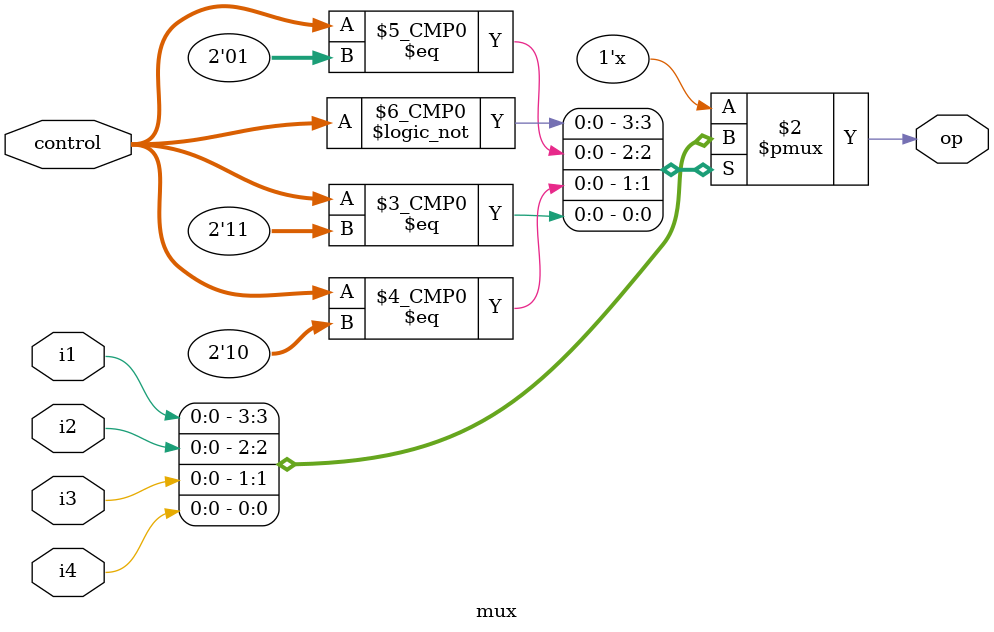
<source format=v>
`timescale 1ns / 1ps


module mux(i1,i2,i3,i4,op,control);
input i1,i2,i3,i4;
input [1:0] control;
output reg op;

always @*
    begin
    case(control)
    2'b00: op = i1;
    2'b01: op = i2;
    2'b10: op = i3;
    2'b11: op = i4;
    default : op=1'bz;
    endcase
    end
    

endmodule

</source>
